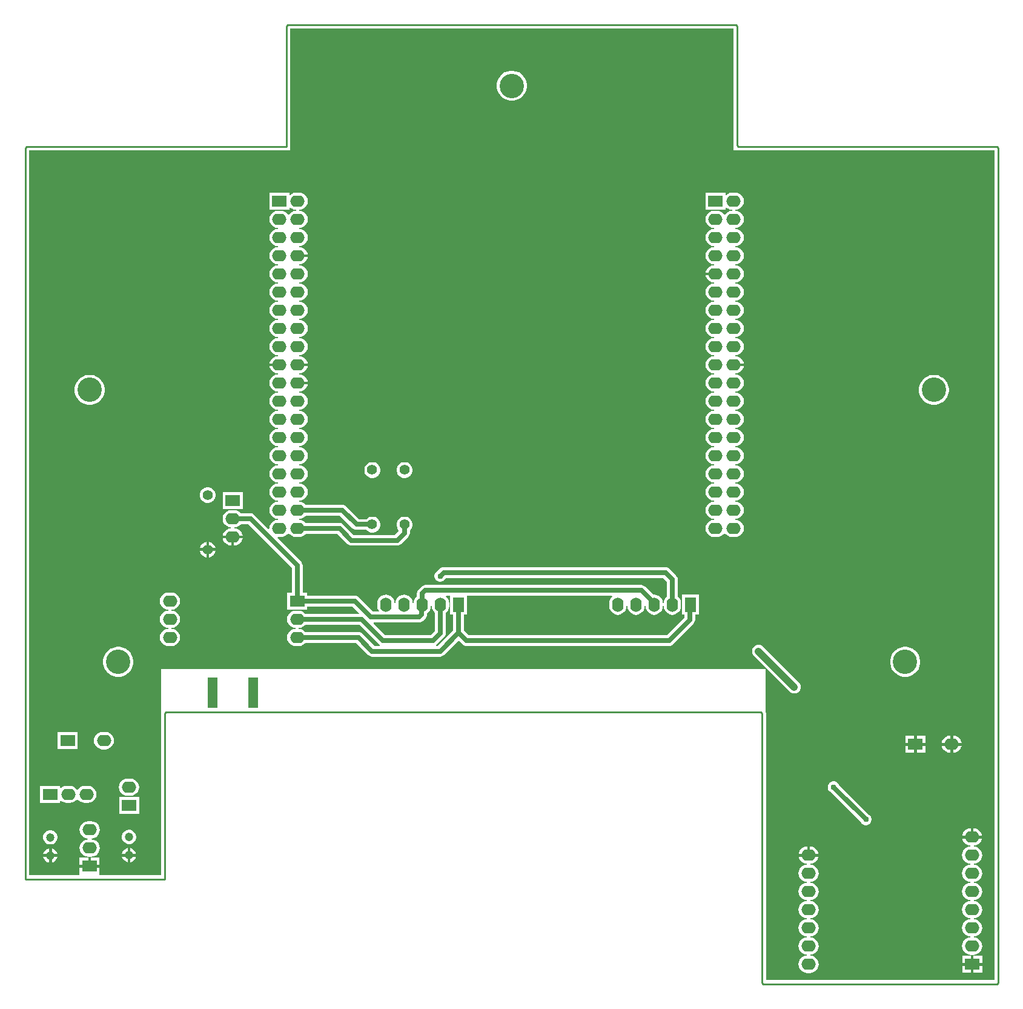
<source format=gbl>
%FSDAX23Y23*%
%MOIN*%
%SFA1B1*%

%IPPOS*%
%ADD20C,0.055000*%
%ADD23R,0.053000X0.165000*%
%ADD24C,0.039000*%
%ADD25C,0.028000*%
%ADD26C,0.010000*%
%ADD27R,0.063000X0.079000*%
%ADD28O,0.063000X0.079000*%
%ADD29R,0.079000X0.063000*%
%ADD30O,0.079000X0.063000*%
%ADD31R,0.079000X0.063000*%
%ADD32O,0.079000X0.063000*%
%ADD33C,0.134000*%
%ADD34C,0.047000*%
%ADD35C,0.031000*%
%LNbuoynode_pcb-1*%
%LPD*%
G36*
X01219Y02841D02*
X01220Y02833D01*
Y02815*
X01239*
X01246Y02814*
X02656*
Y-01750*
X01399*
Y-00281*
X01398Y-00274*
Y-00039*
X-01929*
Y-00274*
X-01931Y-00281*
Y-01174*
X-02264*
X-02268Y-01171*
Y-01169*
Y-01131*
X-02323*
X-02378*
Y-01169*
Y-01171*
X-02382Y-01174*
X-02656*
Y02814*
X-01240*
X-01233Y02815*
X-01220*
Y02827*
X-01219Y02835*
Y03483*
X01219*
Y02841*
G37*
%LNbuoynode_pcb-2*%
%LPC*%
G36*
X00008Y03252D02*
X-00008D01*
X-00024Y03249*
X-00039Y03243*
X-00053Y03234*
X-00064Y03222*
X-00073Y03208*
X-00079Y03193*
X-00083Y03177*
Y03161*
X-00079Y03145*
X-00073Y03130*
X-00064Y03117*
X-00053Y03105*
X-00039Y03096*
X-00024Y03090*
X-00008Y03087*
X00008*
X00024Y03090*
X00039Y03096*
X00053Y03105*
X00064Y03117*
X00073Y03130*
X00079Y03145*
X00083Y03161*
Y03177*
X00079Y03193*
X00073Y03208*
X00064Y03222*
X00053Y03234*
X00039Y03243*
X00024Y03249*
X00008Y03252*
G37*
G36*
X01230Y02582D02*
X01214D01*
X01202Y02580*
X01190Y02575*
X01182Y02569*
X01177Y02571*
Y02581*
X01067*
Y02487*
X01177*
Y02497*
X01182Y02499*
X01190Y02493*
X01202Y02488*
X01213Y02486*
Y02481*
X01202Y02480*
X01190Y02475*
X01180Y02468*
X01175Y02461*
X01169*
X01164Y02468*
X01154Y02475*
X01142Y02480*
X01130Y02482*
X01114*
X01102Y02480*
X01090Y02475*
X01080Y02468*
X01073Y02458*
X01068Y02446*
X01067Y02434*
X01068Y02422*
X01073Y02410*
X01080Y02400*
X01090Y02393*
X01102Y02388*
X01113Y02386*
Y02381*
X01102Y02380*
X01090Y02375*
X01080Y02368*
X01073Y02358*
X01068Y02346*
X01067Y02334*
X01068Y02322*
X01073Y02310*
X01080Y02300*
X01090Y02293*
X01102Y02288*
X01113Y02286*
Y02281*
X01102Y02280*
X01090Y02275*
X01080Y02268*
X01073Y02258*
X01068Y02246*
X01067Y02234*
X01068Y02222*
X01073Y02210*
X01080Y02200*
X01090Y02193*
X01102Y02188*
X01113Y02186*
Y02181*
X01102Y02180*
X01090Y02175*
X01080Y02168*
X01073Y02158*
X01068Y02146*
Y02142*
X01122*
Y02126*
X01068*
Y02122*
X01073Y02110*
X01080Y02100*
X01090Y02093*
X01102Y02088*
X01113Y02086*
Y02081*
X01102Y02080*
X01090Y02075*
X01080Y02068*
X01073Y02058*
X01068Y02046*
X01067Y02034*
X01068Y02022*
X01073Y02010*
X01080Y02000*
X01090Y01993*
X01102Y01988*
X01113Y01986*
Y01981*
X01102Y01980*
X01090Y01975*
X01080Y01968*
X01073Y01958*
X01068Y01946*
X01067Y01934*
X01068Y01922*
X01073Y01910*
X01080Y01900*
X01090Y01893*
X01102Y01888*
X01113Y01886*
Y01881*
X01102Y01880*
X01090Y01875*
X01080Y01868*
X01073Y01858*
X01068Y01846*
X01067Y01834*
X01068Y01822*
X01073Y01810*
X01080Y01800*
X01090Y01793*
X01102Y01788*
X01113Y01786*
Y01781*
X01102Y01780*
X01090Y01775*
X01080Y01768*
X01073Y01758*
X01068Y01746*
X01067Y01734*
X01068Y01722*
X01073Y01710*
X01080Y01700*
X01090Y01693*
X01102Y01688*
X01113Y01686*
Y01681*
X01102Y01680*
X01090Y01675*
X01080Y01668*
X01073Y01658*
X01068Y01646*
X01067Y01634*
X01068Y01622*
X01073Y01610*
X01080Y01600*
X01090Y01593*
X01102Y01588*
X01113Y01586*
Y01581*
X01102Y01580*
X01090Y01575*
X01080Y01568*
X01073Y01558*
X01068Y01546*
X01067Y01534*
X01068Y01522*
X01073Y01510*
X01080Y01500*
X01090Y01493*
X01102Y01488*
X01113Y01486*
Y01481*
X01102Y01480*
X01090Y01475*
X01080Y01468*
X01073Y01458*
X01068Y01446*
X01067Y01434*
X01068Y01422*
X01073Y01410*
X01080Y01400*
X01090Y01393*
X01102Y01388*
X01113Y01386*
Y01381*
X01102Y01380*
X01090Y01375*
X01080Y01368*
X01073Y01358*
X01068Y01346*
X01067Y01334*
X01068Y01322*
X01073Y01310*
X01080Y01300*
X01090Y01293*
X01102Y01288*
X01113Y01286*
Y01281*
X01102Y01280*
X01090Y01275*
X01080Y01268*
X01073Y01258*
X01068Y01246*
X01067Y01234*
X01068Y01222*
X01073Y01210*
X01080Y01200*
X01090Y01193*
X01102Y01188*
X01113Y01186*
Y01181*
X01102Y01180*
X01090Y01175*
X01080Y01168*
X01073Y01158*
X01068Y01146*
X01067Y01134*
X01068Y01122*
X01073Y01110*
X01080Y01100*
X01090Y01093*
X01102Y01088*
X01113Y01086*
Y01081*
X01102Y01080*
X01090Y01075*
X01080Y01068*
X01073Y01058*
X01068Y01046*
X01067Y01034*
X01068Y01022*
X01073Y01010*
X01080Y01000*
X01090Y00993*
X01102Y00988*
X01113Y00986*
Y00981*
X01102Y00980*
X01090Y00975*
X01080Y00968*
X01073Y00958*
X01068Y00946*
X01067Y00934*
X01068Y00922*
X01073Y00910*
X01080Y00900*
X01090Y00893*
X01102Y00888*
X01113Y00886*
Y00881*
X01102Y00880*
X01090Y00875*
X01080Y00868*
X01073Y00858*
X01068Y00846*
X01067Y00834*
X01068Y00822*
X01073Y00810*
X01080Y00800*
X01090Y00793*
X01102Y00788*
X01113Y00786*
Y00781*
X01102Y00780*
X01090Y00775*
X01080Y00768*
X01073Y00758*
X01068Y00746*
X01067Y00734*
X01068Y00722*
X01073Y00710*
X01080Y00700*
X01090Y00693*
X01102Y00688*
X01114Y00686*
X01130*
X01142Y00688*
X01154Y00693*
X01164Y00700*
X01169Y00707*
X01175*
X01180Y00700*
X01190Y00693*
X01202Y00688*
X01214Y00686*
X01230*
X01242Y00688*
X01254Y00693*
X01264Y00700*
X01271Y00710*
X01276Y00722*
X01278Y00734*
X01276Y00746*
X01271Y00758*
X01264Y00768*
X01254Y00775*
X01242Y00780*
X01231Y00781*
Y00786*
X01242Y00788*
X01254Y00793*
X01264Y00800*
X01271Y00810*
X01276Y00822*
X01278Y00834*
X01276Y00846*
X01271Y00858*
X01264Y00868*
X01254Y00875*
X01242Y00880*
X01231Y00881*
Y00886*
X01242Y00888*
X01254Y00893*
X01264Y00900*
X01271Y00910*
X01276Y00922*
X01278Y00934*
X01276Y00946*
X01271Y00958*
X01264Y00968*
X01254Y00975*
X01242Y00980*
X01231Y00981*
Y00986*
X01242Y00988*
X01254Y00993*
X01264Y01000*
X01271Y01010*
X01276Y01022*
X01278Y01034*
X01276Y01046*
X01271Y01058*
X01264Y01068*
X01254Y01075*
X01242Y01080*
X01231Y01081*
Y01086*
X01242Y01088*
X01254Y01093*
X01264Y01100*
X01271Y01110*
X01276Y01122*
X01278Y01134*
X01276Y01146*
X01271Y01158*
X01264Y01168*
X01254Y01175*
X01242Y01180*
X01231Y01181*
Y01186*
X01242Y01188*
X01254Y01193*
X01264Y01200*
X01271Y01210*
X01276Y01222*
X01278Y01234*
X01276Y01246*
X01271Y01258*
X01264Y01268*
X01254Y01275*
X01242Y01280*
X01231Y01281*
Y01286*
X01242Y01288*
X01254Y01293*
X01264Y01300*
X01271Y01310*
X01276Y01322*
X01278Y01334*
X01276Y01346*
X01271Y01358*
X01264Y01368*
X01254Y01375*
X01242Y01380*
X01231Y01381*
Y01386*
X01242Y01388*
X01254Y01393*
X01264Y01400*
X01271Y01410*
X01276Y01422*
X01278Y01434*
X01276Y01446*
X01271Y01458*
X01264Y01468*
X01254Y01475*
X01242Y01480*
X01231Y01481*
Y01486*
X01242Y01488*
X01254Y01493*
X01264Y01500*
X01271Y01510*
X01276Y01522*
X01278Y01534*
X01276Y01546*
X01271Y01558*
X01264Y01568*
X01254Y01575*
X01242Y01580*
X01231Y01581*
Y01586*
X01242Y01588*
X01254Y01593*
X01264Y01600*
X01271Y01610*
X01276Y01622*
X01277Y01626*
X01222*
Y01642*
X01277*
X01276Y01646*
X01271Y01658*
X01264Y01668*
X01254Y01675*
X01242Y01680*
X01231Y01681*
Y01686*
X01242Y01688*
X01254Y01693*
X01264Y01700*
X01271Y01710*
X01276Y01722*
X01278Y01734*
X01276Y01746*
X01271Y01758*
X01264Y01768*
X01254Y01775*
X01242Y01780*
X01231Y01781*
Y01786*
X01242Y01788*
X01254Y01793*
X01264Y01800*
X01271Y01810*
X01276Y01822*
X01278Y01834*
X01276Y01846*
X01271Y01858*
X01264Y01868*
X01254Y01875*
X01242Y01880*
X01231Y01881*
Y01886*
X01242Y01888*
X01254Y01893*
X01264Y01900*
X01271Y01910*
X01276Y01922*
X01278Y01934*
X01276Y01946*
X01271Y01958*
X01264Y01968*
X01254Y01975*
X01242Y01980*
X01231Y01981*
Y01986*
X01242Y01988*
X01254Y01993*
X01264Y02000*
X01271Y02010*
X01276Y02022*
X01278Y02034*
X01276Y02046*
X01271Y02058*
X01264Y02068*
X01254Y02075*
X01242Y02080*
X01231Y02081*
Y02086*
X01242Y02088*
X01254Y02093*
X01264Y02100*
X01271Y02110*
X01276Y02122*
X01278Y02134*
X01276Y02146*
X01271Y02158*
X01264Y02168*
X01254Y02175*
X01242Y02180*
X01231Y02181*
Y02186*
X01242Y02188*
X01254Y02193*
X01264Y02200*
X01271Y02210*
X01276Y02222*
X01278Y02234*
X01276Y02246*
X01271Y02258*
X01264Y02268*
X01254Y02275*
X01242Y02280*
X01231Y02281*
Y02286*
X01242Y02288*
X01254Y02293*
X01264Y02300*
X01271Y02310*
X01276Y02322*
X01278Y02334*
X01276Y02346*
X01271Y02358*
X01264Y02368*
X01254Y02375*
X01242Y02380*
X01231Y02381*
Y02386*
X01242Y02388*
X01254Y02393*
X01264Y02400*
X01271Y02410*
X01276Y02422*
X01278Y02434*
X01276Y02446*
X01271Y02458*
X01264Y02468*
X01254Y02475*
X01242Y02480*
X01231Y02481*
Y02486*
X01242Y02488*
X01254Y02493*
X01264Y02500*
X01271Y02510*
X01276Y02522*
X01278Y02534*
X01276Y02546*
X01271Y02558*
X01264Y02568*
X01254Y02575*
X01242Y02580*
X01230Y02582*
G37*
G36*
X-01170D02*
X-01186D01*
X-01198Y02580*
X-01210Y02575*
X-01218Y02569*
X-01223Y02571*
Y02581*
X-01333*
Y02487*
X-01223*
Y02497*
X-01218Y02499*
X-01210Y02493*
X-01198Y02488*
X-01187Y02486*
Y02481*
X-01198Y02480*
X-01210Y02475*
X-01220Y02468*
X-01225Y02461*
X-01231*
X-01236Y02468*
X-01246Y02475*
X-01258Y02480*
X-01270Y02482*
X-01286*
X-01298Y02480*
X-01310Y02475*
X-01320Y02468*
X-01327Y02458*
X-01332Y02446*
X-01333Y02434*
X-01332Y02422*
X-01327Y02410*
X-01320Y02400*
X-01310Y02393*
X-01298Y02388*
X-01287Y02386*
Y02381*
X-01298Y02380*
X-01310Y02375*
X-01320Y02368*
X-01327Y02358*
X-01332Y02346*
X-01333Y02334*
X-01332Y02322*
X-01327Y02310*
X-01320Y02300*
X-01310Y02293*
X-01298Y02288*
X-01287Y02286*
Y02281*
X-01298Y02280*
X-01310Y02275*
X-01320Y02268*
X-01327Y02258*
X-01332Y02246*
X-01333Y02234*
X-01332Y02222*
X-01327Y02210*
X-01320Y02200*
X-01310Y02193*
X-01298Y02188*
X-01287Y02186*
Y02181*
X-01298Y02180*
X-01310Y02175*
X-01320Y02168*
X-01327Y02158*
X-01332Y02146*
X-01333Y02134*
X-01332Y02122*
X-01327Y02110*
X-01320Y02100*
X-01310Y02093*
X-01298Y02088*
X-01287Y02086*
Y02081*
X-01298Y02080*
X-01310Y02075*
X-01320Y02068*
X-01327Y02058*
X-01332Y02046*
X-01333Y02034*
X-01332Y02022*
X-01327Y02010*
X-01320Y02000*
X-01310Y01993*
X-01298Y01988*
X-01287Y01986*
Y01981*
X-01298Y01980*
X-01310Y01975*
X-01320Y01968*
X-01327Y01958*
X-01332Y01946*
X-01333Y01934*
X-01332Y01922*
X-01327Y01910*
X-01320Y01900*
X-01310Y01893*
X-01298Y01888*
X-01287Y01886*
Y01881*
X-01298Y01880*
X-01310Y01875*
X-01320Y01868*
X-01327Y01858*
X-01332Y01846*
X-01333Y01834*
X-01332Y01822*
X-01327Y01810*
X-01320Y01800*
X-01310Y01793*
X-01298Y01788*
X-01287Y01786*
Y01781*
X-01298Y01780*
X-01310Y01775*
X-01320Y01768*
X-01327Y01758*
X-01332Y01746*
X-01333Y01734*
X-01332Y01722*
X-01327Y01710*
X-01320Y01700*
X-01310Y01693*
X-01298Y01688*
X-01287Y01686*
Y01681*
X-01298Y01680*
X-01310Y01675*
X-01320Y01668*
X-01327Y01658*
X-01332Y01646*
Y01642*
X-01278*
Y01626*
X-01332*
Y01622*
X-01327Y01610*
X-01320Y01600*
X-01310Y01593*
X-01298Y01588*
X-01287Y01586*
Y01581*
X-01298Y01580*
X-01310Y01575*
X-01320Y01568*
X-01327Y01558*
X-01332Y01546*
X-01333Y01534*
X-01332Y01522*
X-01327Y01510*
X-01320Y01500*
X-01310Y01493*
X-01298Y01488*
X-01287Y01486*
Y01481*
X-01298Y01480*
X-01310Y01475*
X-01320Y01468*
X-01327Y01458*
X-01332Y01446*
X-01333Y01434*
X-01332Y01422*
X-01327Y01410*
X-01320Y01400*
X-01310Y01393*
X-01298Y01388*
X-01287Y01386*
Y01381*
X-01298Y01380*
X-01310Y01375*
X-01320Y01368*
X-01327Y01358*
X-01332Y01346*
X-01333Y01334*
X-01332Y01322*
X-01327Y01310*
X-01320Y01300*
X-01310Y01293*
X-01298Y01288*
X-01287Y01286*
Y01281*
X-01298Y01280*
X-01310Y01275*
X-01320Y01268*
X-01327Y01258*
X-01332Y01246*
X-01333Y01234*
X-01332Y01222*
X-01327Y01210*
X-01320Y01200*
X-01310Y01193*
X-01298Y01188*
X-01287Y01186*
Y01181*
X-01298Y01180*
X-01310Y01175*
X-01320Y01168*
X-01327Y01158*
X-01332Y01146*
X-01333Y01134*
X-01332Y01122*
X-01327Y01110*
X-01320Y01100*
X-01310Y01093*
X-01298Y01088*
X-01287Y01086*
Y01081*
X-01298Y01080*
X-01310Y01075*
X-01320Y01068*
X-01327Y01058*
X-01332Y01046*
X-01333Y01034*
X-01332Y01022*
X-01327Y01010*
X-01320Y01000*
X-01310Y00993*
X-01298Y00988*
X-01287Y00986*
Y00981*
X-01298Y00980*
X-01310Y00975*
X-01320Y00968*
X-01327Y00958*
X-01332Y00946*
X-01333Y00934*
X-01332Y00922*
X-01327Y00910*
X-01320Y00900*
X-01310Y00893*
X-01298Y00888*
X-01287Y00886*
Y00881*
X-01298Y00880*
X-01310Y00875*
X-01320Y00868*
X-01327Y00858*
X-01332Y00846*
X-01333Y00834*
X-01332Y00822*
X-01327Y00810*
X-01320Y00800*
X-01310Y00793*
X-01298Y00788*
X-01287Y00786*
Y00781*
X-01298Y00780*
X-01310Y00775*
X-01320Y00768*
X-01327Y00758*
X-01332Y00746*
X-01333Y00734*
Y00733*
X-01338Y00730*
X-01416Y00808*
X-01422Y00813*
X-01429Y00816*
X-01437Y00817*
X-01491*
X-01494Y00821*
X-01504Y00829*
X-01515Y00833*
X-01528Y00835*
X-01543*
X-01556Y00833*
X-01567Y00829*
X-01577Y00821*
X-01585Y00811*
X-01589Y00800*
X-01591Y00787*
X-01589Y00775*
X-01585Y00764*
X-01577Y00754*
X-01567Y00746*
X-01556Y00741*
X-01545Y00740*
Y00735*
X-01556Y00733*
X-01567Y00729*
X-01577Y00721*
X-01585Y00711*
X-01589Y00700*
X-01590Y00695*
X-01481*
X-01482Y00700*
X-01486Y00711*
X-01494Y00721*
X-01504Y00729*
X-01515Y00733*
X-01526Y00735*
Y00740*
X-01515Y00741*
X-01504Y00746*
X-01494Y00754*
X-01491Y00758*
X-01449*
X-01211Y00519*
Y00382*
X-01236*
Y00287*
X-01126*
Y00305*
X-00876*
X-00840Y00269*
X-00842Y00264*
X-01137*
X-01140Y00268*
X-01149Y00276*
X-01161Y00281*
X-01173Y00282*
X-01189*
X-01201Y00281*
X-01213Y00276*
X-01223Y00268*
X-01230Y00258*
X-01235Y00247*
X-01237Y00235*
X-01235Y00222*
X-01230Y00211*
X-01223Y00201*
X-01213Y00193*
X-01201Y00189*
X-01190Y00187*
Y00182*
X-01201Y00181*
X-01213Y00176*
X-01223Y00168*
X-01230Y00158*
X-01235Y00147*
X-01237Y00135*
X-01235Y00122*
X-01230Y00111*
X-01223Y00101*
X-01213Y00093*
X-01201Y00089*
X-01189Y00087*
X-01173*
X-01161Y00089*
X-01149Y00093*
X-01140Y00101*
X-01137Y00105*
X-00856*
X-00789Y00038*
X-00783Y00033*
X-00775Y00030*
X-00768Y00029*
X-00394*
X-00386Y00030*
X-00379Y00033*
X-00373Y00038*
X-00292Y00119*
X-00271Y00097*
X-00264Y00092*
X-00257Y00089*
X-00250Y00088*
X00866*
X00874Y00089*
X00881Y00092*
X00887Y00097*
X01000Y00210*
X01005Y00216*
X01008Y00223*
X01009Y00231*
Y00260*
X01031*
Y00370*
X00937*
Y00260*
X00949*
Y00243*
X00854Y00148*
X-00237*
X-00262Y00173*
Y00260*
X-00245*
Y00364*
X00552*
X00554Y00359*
X00551Y00357*
X00543Y00347*
X00538Y00335*
X00537Y00323*
Y00307*
X00538Y00295*
X00543Y00283*
X00551Y00273*
X00560Y00266*
X00572Y00261*
X00584Y00259*
X00597Y00261*
X00608Y00266*
X00618Y00273*
X00626Y00283*
X00630Y00295*
X00632Y00306*
X00637*
X00638Y00295*
X00643Y00283*
X00651Y00273*
X00660Y00266*
X00672Y00261*
X00684Y00259*
X00697Y00261*
X00708Y00266*
X00718Y00273*
X00726Y00283*
X00730Y00295*
X00732Y00306*
X00737*
X00738Y00295*
X00743Y00283*
X00751Y00273*
X00760Y00266*
X00772Y00261*
X00784Y00259*
X00797Y00261*
X00808Y00266*
X00818Y00273*
X00826Y00283*
X00830Y00295*
X00832Y00306*
X00837*
X00838Y00295*
X00843Y00283*
X00851Y00273*
X00860Y00266*
X00872Y00261*
X00884Y00259*
X00897Y00261*
X00908Y00266*
X00918Y00273*
X00926Y00283*
X00930Y00295*
X00932Y00307*
Y00323*
X00930Y00335*
X00926Y00347*
X00918Y00357*
X00914Y00360*
Y00454*
X00913Y00462*
X00910Y00469*
X00905Y00475*
X00868Y00513*
X00861Y00518*
X00854Y00521*
X00846Y00522*
X-00374*
X-00382Y00521*
X-00389Y00518*
X-00395Y00513*
X-00407Y00501*
X-00413Y00498*
X-00419Y00492*
X-00423Y00485*
X-00425Y00477*
Y00468*
X-00423Y00460*
X-00419Y00453*
X-00413Y00447*
X-00406Y00443*
X-00398Y00441*
X-00390*
X-00382Y00443*
X-00374Y00447*
X-00368Y00453*
X-00365Y00459*
X-00362Y00462*
X00834*
X00854Y00442*
Y00360*
X00851Y00357*
X00843Y00347*
X00838Y00335*
X00837Y00324*
X00832*
X00830Y00335*
X00826Y00347*
X00818Y00357*
X00808Y00364*
X00797Y00369*
X00784Y00370*
X00779*
X00734Y00415*
X00728Y00419*
X00721Y00422*
X00713Y00423*
X-00476*
X-00484Y00422*
X-00491Y00419*
X-00497Y00415*
X-00513Y00399*
X-00518Y00392*
X-00521Y00385*
X-00522Y00378*
Y00360*
X-00526Y00357*
X-00533Y00347*
X-00538Y00335*
X-00540Y00324*
X-00545*
X-00546Y00335*
X-00551Y00347*
X-00558Y00357*
X-00568Y00364*
X-00580Y00369*
X-00592Y00370*
X-00604Y00369*
X-00616Y00364*
X-00626Y00357*
X-00633Y00347*
X-00638Y00335*
X-00640Y00324*
X-00645*
X-00646Y00335*
X-00651Y00347*
X-00658Y00357*
X-00668Y00364*
X-00680Y00369*
X-00692Y00370*
X-00704Y00369*
X-00716Y00364*
X-00726Y00357*
X-00733Y00347*
X-00738Y00335*
X-00740Y00323*
Y00307*
X-00738Y00295*
X-00733Y00283*
X-00731Y00280*
X-00733Y00276*
X-00763*
X-00843Y00356*
X-00849Y00360*
X-00856Y00363*
X-00864Y00364*
X-01126*
Y00382*
X-01151*
Y00531*
X-01152Y00539*
X-01155Y00546*
X-01160Y00553*
X-01289Y00682*
X-01287Y00686*
X-01286*
X-01270*
X-01258Y00688*
X-01246Y00693*
X-01236Y00700*
X-01231Y00707*
X-01225*
X-01220Y00700*
X-01210Y00693*
X-01198Y00688*
X-01186Y00686*
X-01170*
X-01158Y00688*
X-01146Y00693*
X-01136Y00700*
X-01133Y00704*
X-00959*
X-00903Y00648*
X-00897Y00643*
X-00890Y00641*
X-00882Y00640*
X-00630*
X-00622Y00641*
X-00615Y00643*
X-00609Y00648*
X-00569Y00688*
X-00565Y00694*
X-00562Y00701*
X-00561Y00709*
Y00724*
X-00556Y00729*
X-00550Y00739*
X-00547Y00750*
Y00761*
X-00550Y00772*
X-00556Y00782*
X-00564Y00790*
X-00574Y00796*
X-00585Y00799*
X-00596*
X-00607Y00796*
X-00617Y00790*
X-00625Y00782*
X-00631Y00772*
X-00634Y00761*
Y00750*
X-00631Y00739*
X-00625Y00729*
X-00622Y00725*
Y00720*
X-00642Y00699*
X-00870*
X-00926Y00755*
X-00932Y00760*
X-00939Y00763*
X-00947Y00764*
X-01133*
X-01136Y00768*
X-01146Y00775*
X-01158Y00780*
X-01169Y00781*
Y00786*
X-01158Y00788*
X-01146Y00793*
X-01136Y00800*
X-01133Y00804*
X-00945*
X-00875Y00734*
X-00869Y00730*
X-00862Y00727*
X-00854Y00726*
X-00799*
X-00794Y00721*
X-00784Y00715*
X-00773Y00712*
X-00762*
X-00751Y00715*
X-00741Y00721*
X-00733Y00729*
X-00727Y00739*
X-00724Y00750*
Y00761*
X-00727Y00772*
X-00733Y00782*
X-00741Y00790*
X-00751Y00796*
X-00762Y00799*
X-00773*
X-00784Y00796*
X-00794Y00790*
X-00799Y00785*
X-00842*
X-00911Y00855*
X-00917Y00860*
X-00925Y00863*
X-00932Y00864*
X-01133*
X-01136Y00868*
X-01146Y00875*
X-01158Y00880*
X-01169Y00881*
Y00886*
X-01158Y00888*
X-01146Y00893*
X-01136Y00900*
X-01129Y00910*
X-01124Y00922*
X-01122Y00934*
X-01124Y00946*
X-01129Y00958*
X-01136Y00968*
X-01146Y00975*
X-01158Y00980*
X-01169Y00981*
Y00986*
X-01158Y00988*
X-01146Y00993*
X-01136Y01000*
X-01129Y01010*
X-01124Y01022*
X-01122Y01034*
X-01124Y01046*
X-01129Y01058*
X-01136Y01068*
X-01146Y01075*
X-01158Y01080*
X-01169Y01081*
Y01086*
X-01158Y01088*
X-01146Y01093*
X-01136Y01100*
X-01129Y01110*
X-01124Y01122*
X-01122Y01134*
X-01124Y01146*
X-01129Y01158*
X-01136Y01168*
X-01146Y01175*
X-01158Y01180*
X-01169Y01181*
Y01186*
X-01158Y01188*
X-01146Y01193*
X-01136Y01200*
X-01129Y01210*
X-01124Y01222*
X-01122Y01234*
X-01124Y01246*
X-01129Y01258*
X-01136Y01268*
X-01146Y01275*
X-01158Y01280*
X-01169Y01281*
Y01286*
X-01158Y01288*
X-01146Y01293*
X-01136Y01300*
X-01129Y01310*
X-01124Y01322*
X-01122Y01334*
X-01124Y01346*
X-01129Y01358*
X-01136Y01368*
X-01146Y01375*
X-01158Y01380*
X-01169Y01381*
Y01386*
X-01158Y01388*
X-01146Y01393*
X-01136Y01400*
X-01129Y01410*
X-01124Y01422*
X-01122Y01434*
X-01124Y01446*
X-01129Y01458*
X-01136Y01468*
X-01146Y01475*
X-01158Y01480*
X-01169Y01481*
Y01486*
X-01158Y01488*
X-01146Y01493*
X-01136Y01500*
X-01129Y01510*
X-01124Y01522*
X-01123Y01526*
X-01178*
Y01542*
X-01123*
X-01124Y01546*
X-01129Y01558*
X-01136Y01568*
X-01146Y01575*
X-01158Y01580*
X-01169Y01581*
Y01586*
X-01158Y01588*
X-01146Y01593*
X-01136Y01600*
X-01129Y01610*
X-01124Y01622*
X-01123Y01626*
X-01178*
Y01642*
X-01123*
X-01124Y01646*
X-01129Y01658*
X-01136Y01668*
X-01146Y01675*
X-01158Y01680*
X-01169Y01681*
Y01686*
X-01158Y01688*
X-01146Y01693*
X-01136Y01700*
X-01129Y01710*
X-01124Y01722*
X-01122Y01734*
X-01124Y01746*
X-01129Y01758*
X-01136Y01768*
X-01146Y01775*
X-01158Y01780*
X-01169Y01781*
Y01786*
X-01158Y01788*
X-01146Y01793*
X-01136Y01800*
X-01129Y01810*
X-01124Y01822*
X-01122Y01834*
X-01124Y01846*
X-01129Y01858*
X-01136Y01868*
X-01146Y01875*
X-01158Y01880*
X-01169Y01881*
Y01886*
X-01158Y01888*
X-01146Y01893*
X-01136Y01900*
X-01129Y01910*
X-01124Y01922*
X-01122Y01934*
X-01124Y01946*
X-01129Y01958*
X-01136Y01968*
X-01146Y01975*
X-01158Y01980*
X-01169Y01981*
Y01986*
X-01158Y01988*
X-01146Y01993*
X-01136Y02000*
X-01129Y02010*
X-01124Y02022*
X-01122Y02034*
X-01124Y02046*
X-01129Y02058*
X-01136Y02068*
X-01146Y02075*
X-01158Y02080*
X-01169Y02081*
Y02086*
X-01158Y02088*
X-01146Y02093*
X-01136Y02100*
X-01129Y02110*
X-01124Y02122*
X-01122Y02134*
X-01124Y02146*
X-01129Y02158*
X-01136Y02168*
X-01146Y02175*
X-01158Y02180*
X-01169Y02181*
Y02186*
X-01158Y02188*
X-01146Y02193*
X-01136Y02200*
X-01129Y02210*
X-01124Y02222*
X-01123Y02226*
X-01178*
Y02242*
X-01123*
X-01124Y02246*
X-01129Y02258*
X-01136Y02268*
X-01146Y02275*
X-01158Y02280*
X-01169Y02281*
Y02286*
X-01158Y02288*
X-01146Y02293*
X-01136Y02300*
X-01129Y02310*
X-01124Y02322*
X-01122Y02334*
X-01124Y02346*
X-01129Y02358*
X-01136Y02368*
X-01146Y02375*
X-01158Y02380*
X-01169Y02381*
Y02386*
X-01158Y02388*
X-01146Y02393*
X-01136Y02400*
X-01129Y02410*
X-01124Y02422*
X-01122Y02434*
X-01124Y02446*
X-01129Y02458*
X-01136Y02468*
X-01146Y02475*
X-01158Y02480*
X-01169Y02481*
Y02486*
X-01158Y02488*
X-01146Y02493*
X-01136Y02500*
X-01129Y02510*
X-01124Y02522*
X-01122Y02534*
X-01124Y02546*
X-01129Y02558*
X-01136Y02568*
X-01146Y02575*
X-01158Y02580*
X-01170Y02582*
G37*
G36*
X02331Y01579D02*
X02315D01*
X02299Y01576*
X02284Y01569*
X02270Y01560*
X02259Y01549*
X02250Y01535*
X02243Y01520*
X02240Y01504*
Y01488*
X02243Y01472*
X02250Y01457*
X02259Y01443*
X02270Y01432*
X02284Y01423*
X02299Y01417*
X02315Y01413*
X02331*
X02347Y01417*
X02362Y01423*
X02376Y01432*
X02387Y01443*
X02396Y01457*
X02402Y01472*
X02406Y01488*
Y01504*
X02402Y01520*
X02396Y01535*
X02387Y01549*
X02376Y01560*
X02362Y01569*
X02347Y01576*
X02331Y01579*
G37*
G36*
X-02315D02*
X-02331D01*
X-02347Y01576*
X-02362Y01569*
X-02376Y01560*
X-02387Y01549*
X-02396Y01535*
X-02402Y01520*
X-02406Y01504*
Y01488*
X-02402Y01472*
X-02396Y01457*
X-02387Y01443*
X-02376Y01432*
X-02362Y01423*
X-02347Y01417*
X-02331Y01413*
X-02315*
X-02299Y01417*
X-02284Y01423*
X-02270Y01432*
X-02259Y01443*
X-02250Y01457*
X-02243Y01472*
X-02240Y01488*
Y01504*
X-02243Y01520*
X-02250Y01535*
X-02259Y01549*
X-02270Y01560*
X-02284Y01569*
X-02299Y01576*
X-02315Y01579*
G37*
G36*
X-00585Y01099D02*
X-00596D01*
X-00607Y01096*
X-00617Y01090*
X-00625Y01082*
X-00631Y01072*
X-00634Y01061*
Y01050*
X-00631Y01039*
X-00625Y01029*
X-00617Y01021*
X-00607Y01015*
X-00596Y01012*
X-00585*
X-00574Y01015*
X-00564Y01021*
X-00556Y01029*
X-00550Y01039*
X-00547Y01050*
Y01061*
X-00550Y01072*
X-00556Y01082*
X-00564Y01090*
X-00574Y01096*
X-00585Y01099*
G37*
G36*
X-00762D02*
X-00773D01*
X-00784Y01096*
X-00794Y01090*
X-00802Y01082*
X-00808Y01072*
X-00811Y01061*
Y01050*
X-00808Y01039*
X-00802Y01029*
X-00794Y01021*
X-00784Y01015*
X-00773Y01012*
X-00762*
X-00751Y01015*
X-00741Y01021*
X-00733Y01029*
X-00727Y01039*
X-00724Y01050*
Y01061*
X-00727Y01072*
X-00733Y01082*
X-00741Y01090*
X-00751Y01096*
X-00762Y01099*
G37*
G36*
X-01668Y00961D02*
X-01679D01*
X-01690Y00958*
X-01700Y00952*
X-01708Y00944*
X-01714Y00934*
X-01717Y00923*
Y00912*
X-01714Y00901*
X-01708Y00891*
X-01700Y00883*
X-01690Y00877*
X-01679Y00874*
X-01668*
X-01657Y00877*
X-01647Y00883*
X-01639Y00891*
X-01633Y00901*
X-01630Y00912*
Y00923*
X-01633Y00934*
X-01639Y00944*
X-01647Y00952*
X-01657Y00958*
X-01668Y00961*
G37*
G36*
X-01480Y00935D02*
X-01591D01*
Y00840*
X-01480*
Y00935*
G37*
G36*
X-01481Y00680D02*
X-01528D01*
Y00640*
X-01515Y00641*
X-01504Y00646*
X-01494Y00654*
X-01486Y00664*
X-01482Y00675*
X-01481Y00680*
G37*
G36*
X-01543D02*
X-01590D01*
X-01589Y00675*
X-01585Y00664*
X-01577Y00654*
X-01567Y00646*
X-01556Y00641*
X-01543Y00640*
Y00680*
G37*
G36*
X-01665Y00660D02*
Y00626D01*
X-01631*
X-01633Y00634*
X-01639Y00644*
X-01647Y00652*
X-01657Y00658*
X-01665Y00660*
G37*
G36*
X-01681D02*
X-01690Y00658D01*
X-01700Y00652*
X-01708Y00644*
X-01714Y00634*
X-01716Y00626*
X-01681*
Y00660*
G37*
G36*
Y00610D02*
X-01716D01*
X-01714Y00601*
X-01708Y00591*
X-01700Y00583*
X-01690Y00577*
X-01681Y00575*
Y00610*
G37*
G36*
X-01631D02*
X-01665D01*
Y00575*
X-01657Y00577*
X-01647Y00583*
X-01639Y00591*
X-01633Y00601*
X-01631Y00610*
G37*
G36*
X-01873Y00382D02*
X-01889D01*
X-01901Y00381*
X-01913Y00376*
X-01923Y00368*
X-01930Y00358*
X-01935Y00347*
X-01937Y00335*
X-01935Y00322*
X-01930Y00311*
X-01923Y00301*
X-01913Y00293*
X-01901Y00289*
X-01890Y00287*
Y00282*
X-01901Y00281*
X-01913Y00276*
X-01923Y00268*
X-01930Y00258*
X-01935Y00247*
X-01937Y00235*
X-01935Y00222*
X-01930Y00211*
X-01923Y00201*
X-01913Y00193*
X-01901Y00189*
X-01890Y00187*
Y00182*
X-01901Y00181*
X-01913Y00176*
X-01923Y00168*
X-01930Y00158*
X-01935Y00147*
X-01937Y00135*
X-01935Y00122*
X-01930Y00111*
X-01923Y00101*
X-01913Y00093*
X-01901Y00089*
X-01889Y00087*
X-01873*
X-01861Y00089*
X-01849Y00093*
X-01840Y00101*
X-01832Y00111*
X-01827Y00122*
X-01826Y00135*
X-01827Y00147*
X-01832Y00158*
X-01840Y00168*
X-01849Y00176*
X-01861Y00181*
X-01872Y00182*
Y00187*
X-01861Y00189*
X-01849Y00193*
X-01840Y00201*
X-01832Y00211*
X-01827Y00222*
X-01826Y00235*
X-01827Y00247*
X-01832Y00258*
X-01840Y00268*
X-01849Y00276*
X-01861Y00281*
X-01872Y00282*
Y00287*
X-01861Y00289*
X-01849Y00293*
X-01840Y00301*
X-01832Y00311*
X-01827Y00322*
X-01826Y00335*
X-01827Y00347*
X-01832Y00358*
X-01840Y00368*
X-01849Y00376*
X-01861Y00381*
X-01873Y00382*
G37*
G36*
X02173Y00083D02*
X02157D01*
X02141Y00079*
X02126Y00073*
X02113Y00064*
X02101Y00053*
X02092Y00039*
X02086Y00024*
X02083Y00008*
Y-00008*
X02086Y-00024*
X02092Y-00039*
X02101Y-00053*
X02113Y-00064*
X02126Y-00073*
X02141Y-00079*
X02157Y-00083*
X02173*
X02189Y-00079*
X02205Y-00073*
X02218Y-00064*
X02230Y-00053*
X02239Y-00039*
X02245Y-00024*
X02248Y-00008*
Y00008*
X02245Y00024*
X02239Y00039*
X02230Y00053*
X02218Y00064*
X02205Y00073*
X02189Y00079*
X02173Y00083*
G37*
G36*
X-02157D02*
X-02173D01*
X-02189Y00079*
X-02205Y00073*
X-02218Y00064*
X-02230Y00053*
X-02239Y00039*
X-02245Y00024*
X-02248Y00008*
Y-00008*
X-02245Y-00024*
X-02239Y-00039*
X-02230Y-00053*
X-02218Y-00064*
X-02205Y-00073*
X-02189Y-00079*
X-02173Y-00083*
X-02157*
X-02141Y-00079*
X-02126Y-00073*
X-02113Y-00064*
X-02101Y-00053*
X-02092Y-00039*
X-02086Y-00024*
X-02083Y-00008*
Y00008*
X-02086Y00024*
X-02092Y00039*
X-02101Y00053*
X-02113Y00064*
X-02126Y00073*
X-02141Y00079*
X-02157Y00083*
G37*
G36*
X01358Y00095D02*
X01349Y00094D01*
X01340Y00090*
X01333Y00084*
X01327Y00077*
X01324Y00068*
X01323Y00059*
X01324Y00050*
X01327Y00041*
X01333Y00034*
X01530Y-00163*
X01537Y-00169*
X01546Y-00172*
X01555Y-00174*
X01564Y-00172*
X01573Y-00169*
X01580Y-00163*
X01586Y-00156*
X01590Y-00147*
X01591Y-00138*
X01590Y-00129*
X01586Y-00120*
X01580Y-00113*
X01384Y00084*
X01376Y00090*
X01368Y00094*
X01358Y00095*
G37*
G36*
X02276Y-00406D02*
X02229D01*
Y-00445*
X02276*
Y-00406*
G37*
G36*
X02429Y-00405D02*
Y-00445D01*
X02476*
X02475Y-00440*
X02470Y-00429*
X02463Y-00419*
X02453Y-00411*
X02441Y-00407*
X02429Y-00405*
G37*
G36*
X02413D02*
D01*
X02401Y-00407*
X02390Y-00411*
X02380Y-00419*
X02372Y-00429*
X02367Y-00440*
Y-00445*
X02413*
Y-00405*
G37*
G36*
X02213Y-00406D02*
X02166D01*
Y-00445*
X02213*
Y-00406*
G37*
G36*
X-02389Y-00386D02*
X-02499D01*
Y-00480*
X-02389*
Y-00386*
G37*
G36*
X-02236Y-00385D02*
X-02252D01*
X-02264Y-00387*
X-02276Y-00392*
X-02286Y-00399*
X-02293Y-00409*
X-02298Y-00421*
X-02300Y-00433*
X-02298Y-00445*
X-02293Y-00457*
X-02286Y-00467*
X-02276Y-00474*
X-02264Y-00479*
X-02252Y-00481*
X-02236*
X-02224Y-00479*
X-02212Y-00474*
X-02203Y-00467*
X-02195Y-00457*
X-02190Y-00445*
X-02189Y-00433*
X-02190Y-00421*
X-02195Y-00409*
X-02203Y-00399*
X-02212Y-00392*
X-02224Y-00387*
X-02236Y-00385*
G37*
G36*
X02276Y-00461D02*
X02229D01*
Y-00500*
X02276*
Y-00461*
G37*
G36*
X02213D02*
X02166D01*
Y-00500*
X02213*
Y-00461*
G37*
G36*
X02476D02*
X02429D01*
Y-00500*
X02441Y-00499*
X02453Y-00494*
X02463Y-00486*
X02470Y-00477*
X02475Y-00465*
X02476Y-00461*
G37*
G36*
X02413D02*
X02367D01*
Y-00465*
X02372Y-00477*
X02380Y-00486*
X02390Y-00494*
X02401Y-00499*
X02413Y-00500*
Y-00461*
G37*
G36*
X-02333Y-00681D02*
X-02349D01*
X-02361Y-00682*
X-02373Y-00687*
X-02383Y-00695*
X-02388Y-00702*
X-02394*
X-02399Y-00695*
X-02409Y-00687*
X-02421Y-00682*
X-02433Y-00681*
X-02449*
X-02461Y-00682*
X-02473Y-00687*
X-02481Y-00693*
X-02486Y-00691*
Y-00681*
X-02596*
Y-00776*
X-02486*
Y-00766*
X-02481Y-00763*
X-02473Y-00770*
X-02461Y-00774*
X-02449Y-00776*
X-02433*
X-02421Y-00774*
X-02409Y-00770*
X-02399Y-00762*
X-02394Y-00755*
X-02388*
X-02383Y-00762*
X-02373Y-00770*
X-02361Y-00774*
X-02349Y-00776*
X-02333*
X-02321Y-00774*
X-02309Y-00770*
X-02299Y-00762*
X-02292Y-00752*
X-02287Y-00741*
X-02285Y-00728*
X-02287Y-00716*
X-02292Y-00705*
X-02299Y-00695*
X-02309Y-00687*
X-02321Y-00682*
X-02333Y-00681*
G37*
G36*
X-02098Y-00641D02*
X-02114D01*
X-02127Y-00643*
X-02138Y-00648*
X-02148Y-00655*
X-02155Y-00665*
X-02160Y-00677*
X-02162Y-00689*
X-02160Y-00701*
X-02155Y-00713*
X-02148Y-00723*
X-02138Y-00730*
X-02127Y-00735*
X-02114Y-00737*
X-02098*
X-02086Y-00735*
X-02075Y-00730*
X-02065Y-00723*
X-02057Y-00713*
X-02052Y-00701*
X-02051Y-00689*
X-02052Y-00677*
X-02057Y-00665*
X-02065Y-00655*
X-02075Y-00648*
X-02086Y-00643*
X-02098Y-00641*
G37*
G36*
X-02051Y-00742D02*
X-02161D01*
Y-00836*
X-02051*
Y-00742*
G37*
G36*
X01776Y-00657D02*
X01768D01*
X01759Y-00660*
X01752Y-00664*
X01746Y-00670*
X01742Y-00677*
X01740Y-00685*
Y-00693*
X01742Y-00701*
X01746Y-00708*
X01752Y-00714*
X01758Y-00717*
X01920Y-00880*
X01924Y-00885*
X01929Y-00891*
X01937Y-00895*
X01945Y-00898*
X01953*
X01961Y-00895*
X01968Y-00891*
X01974Y-00885*
X01978Y-00878*
X01980Y-00870*
Y-00862*
X01978Y-00854*
X01974Y-00847*
X01968Y-00841*
X01962Y-00838*
X01800Y-00675*
X01797Y-00670*
X01791Y-00664*
X01784Y-00660*
X01776Y-00657*
G37*
G36*
X02542Y-00915D02*
D01*
Y-00955*
X02588*
Y-00951*
X02583Y-00939*
X02575Y-00929*
X02566Y-00922*
X02554Y-00917*
X02542Y-00915*
G37*
G36*
X02526D02*
D01*
X02514Y-00917*
X02502Y-00922*
X02492Y-00929*
X02485Y-00939*
X02480Y-00951*
X02479Y-00955*
X02526*
Y-00915*
G37*
G36*
X-02101Y-00924D02*
X-02111D01*
X-02121Y-00926*
X-02130Y-00931*
X-02138Y-00939*
X-02143Y-00948*
X-02146Y-00958*
Y-00968*
X-02143Y-00978*
X-02138Y-00987*
X-02130Y-00994*
X-02121Y-01000*
X-02111Y-01002*
X-02101*
X-02091Y-01000*
X-02082Y-00994*
X-02075Y-00987*
X-02070Y-00978*
X-02067Y-00968*
Y-00958*
X-02070Y-00948*
X-02075Y-00939*
X-02082Y-00931*
X-02091Y-00926*
X-02101Y-00924*
G37*
G36*
X-02534Y-00925D02*
X-02545D01*
X-02555Y-00928*
X-02564Y-00933*
X-02571Y-00940*
X-02576Y-00949*
X-02579Y-00959*
Y-00970*
X-02576Y-00980*
X-02571Y-00989*
X-02564Y-00996*
X-02555Y-01001*
X-02545Y-01004*
X-02534*
X-02524Y-01001*
X-02515Y-00996*
X-02508Y-00989*
X-02503Y-00980*
X-02500Y-00970*
Y-00959*
X-02503Y-00949*
X-02508Y-00940*
X-02515Y-00933*
X-02524Y-00928*
X-02534Y-00925*
G37*
G36*
X01642Y-01015D02*
D01*
Y-01055*
X01688*
Y-01051*
X01683Y-01039*
X01675Y-01029*
X01666Y-01022*
X01654Y-01017*
X01642Y-01015*
G37*
G36*
X01626D02*
D01*
X01614Y-01017*
X01602Y-01022*
X01592Y-01029*
X01585Y-01039*
X01580Y-01051*
X01579Y-01055*
X01626*
Y-01015*
G37*
G36*
X-02098Y-01024D02*
Y-01055D01*
X-02068*
X-02070Y-01048*
X-02075Y-01039*
X-02082Y-01031*
X-02091Y-01026*
X-02098Y-01024*
G37*
G36*
X-02114D02*
X-02121Y-01026D01*
X-02130Y-01031*
X-02138Y-01039*
X-02143Y-01048*
X-02145Y-01055*
X-02114*
Y-01024*
G37*
G36*
X-02531Y-01026D02*
Y-01057D01*
X-02501*
X-02503Y-01049*
X-02508Y-01040*
X-02515Y-01033*
X-02524Y-01028*
X-02531Y-01026*
G37*
G36*
X-02547D02*
X-02555Y-01028D01*
X-02564Y-01033*
X-02571Y-01040*
X-02576Y-01049*
X-02578Y-01057*
X-02547*
Y-01026*
G37*
G36*
X-02315Y-00876D02*
X-02331D01*
X-02343Y-00878*
X-02355Y-00882*
X-02364Y-00890*
X-02372Y-00900*
X-02377Y-00911*
X-02378Y-00924*
X-02377Y-00936*
X-02372Y-00947*
X-02364Y-00957*
X-02355Y-00965*
X-02343Y-00970*
X-02332Y-00971*
Y-00976*
X-02343Y-00978*
X-02355Y-00982*
X-02364Y-00990*
X-02372Y-01000*
X-02377Y-01011*
X-02378Y-01024*
X-02377Y-01036*
X-02372Y-01047*
X-02364Y-01057*
X-02355Y-01065*
X-02343Y-01070*
X-02331Y-01071*
X-02315*
X-02303Y-01070*
X-02291Y-01065*
X-02281Y-01057*
X-02274Y-01047*
X-02269Y-01036*
X-02267Y-01024*
X-02269Y-01011*
X-02274Y-01000*
X-02281Y-00990*
X-02291Y-00982*
X-02303Y-00978*
X-02314Y-00976*
Y-00971*
X-02303Y-00970*
X-02291Y-00965*
X-02281Y-00957*
X-02274Y-00947*
X-02269Y-00936*
X-02267Y-00924*
X-02269Y-00911*
X-02274Y-00900*
X-02281Y-00890*
X-02291Y-00882*
X-02303Y-00878*
X-02315Y-00876*
G37*
G36*
X-02068Y-01071D02*
X-02098D01*
Y-01102*
X-02091Y-01100*
X-02082Y-01094*
X-02075Y-01087*
X-02070Y-01078*
X-02068Y-01071*
G37*
G36*
X-02114D02*
X-02145D01*
X-02143Y-01078*
X-02138Y-01087*
X-02130Y-01094*
X-02121Y-01100*
X-02114Y-01102*
Y-01071*
G37*
G36*
X-02501Y-01072D02*
X-02531D01*
Y-01103*
X-02524Y-01101*
X-02515Y-01096*
X-02508Y-01089*
X-02503Y-01080*
X-02501Y-01072*
G37*
G36*
X-02547D02*
X-02578D01*
X-02576Y-01080*
X-02571Y-01089*
X-02564Y-01096*
X-02555Y-01101*
X-02547Y-01103*
Y-01072*
G37*
G36*
X-02268Y-01076D02*
X-02315D01*
Y-01116*
X-02268*
Y-01076*
G37*
G36*
X-02331D02*
X-02378D01*
Y-01116*
X-02331*
Y-01076*
G37*
G36*
X02588Y-00971D02*
X02534D01*
X02479*
X02480Y-00975*
X02485Y-00987*
X02492Y-00997*
X02502Y-01004*
X02514Y-01009*
X02525Y-01010*
Y-01016*
X02514Y-01017*
X02502Y-01022*
X02492Y-01029*
X02485Y-01039*
X02480Y-01051*
X02478Y-01063*
X02480Y-01075*
X02485Y-01087*
X02492Y-01097*
X02502Y-01104*
X02514Y-01109*
X02525Y-01110*
Y-01116*
X02514Y-01117*
X02502Y-01122*
X02492Y-01129*
X02485Y-01139*
X02480Y-01151*
X02478Y-01163*
X02480Y-01175*
X02485Y-01187*
X02492Y-01197*
X02502Y-01204*
X02514Y-01209*
X02525Y-01210*
Y-01216*
X02514Y-01217*
X02502Y-01222*
X02492Y-01229*
X02485Y-01239*
X02480Y-01251*
X02478Y-01263*
X02480Y-01275*
X02485Y-01287*
X02492Y-01297*
X02502Y-01304*
X02514Y-01309*
X02525Y-01310*
Y-01316*
X02514Y-01317*
X02502Y-01322*
X02492Y-01329*
X02485Y-01339*
X02480Y-01351*
X02478Y-01363*
X02480Y-01375*
X02485Y-01387*
X02492Y-01397*
X02502Y-01404*
X02514Y-01409*
X02525Y-01410*
Y-01416*
X02514Y-01417*
X02502Y-01422*
X02492Y-01429*
X02485Y-01439*
X02480Y-01451*
X02478Y-01463*
X02480Y-01475*
X02485Y-01487*
X02492Y-01497*
X02502Y-01504*
X02514Y-01509*
X02525Y-01510*
Y-01516*
X02514Y-01517*
X02502Y-01522*
X02492Y-01529*
X02485Y-01539*
X02480Y-01551*
X02478Y-01563*
X02480Y-01575*
X02485Y-01587*
X02492Y-01597*
X02502Y-01604*
X02514Y-01609*
X02526Y-01611*
X02542*
X02554Y-01609*
X02566Y-01604*
X02575Y-01597*
X02583Y-01587*
X02588Y-01575*
X02589Y-01563*
X02588Y-01551*
X02583Y-01539*
X02575Y-01529*
X02566Y-01522*
X02554Y-01517*
X02543Y-01516*
Y-01510*
X02554Y-01509*
X02566Y-01504*
X02575Y-01497*
X02583Y-01487*
X02588Y-01475*
X02589Y-01463*
X02588Y-01451*
X02583Y-01439*
X02575Y-01429*
X02566Y-01422*
X02554Y-01417*
X02543Y-01416*
Y-01410*
X02554Y-01409*
X02566Y-01404*
X02575Y-01397*
X02583Y-01387*
X02588Y-01375*
X02589Y-01363*
X02588Y-01351*
X02583Y-01339*
X02575Y-01329*
X02566Y-01322*
X02554Y-01317*
X02543Y-01316*
Y-01310*
X02554Y-01309*
X02566Y-01304*
X02575Y-01297*
X02583Y-01287*
X02588Y-01275*
X02589Y-01263*
X02588Y-01251*
X02583Y-01239*
X02575Y-01229*
X02566Y-01222*
X02554Y-01217*
X02543Y-01216*
Y-01210*
X02554Y-01209*
X02566Y-01204*
X02575Y-01197*
X02583Y-01187*
X02588Y-01175*
X02589Y-01163*
X02588Y-01151*
X02583Y-01139*
X02575Y-01129*
X02566Y-01122*
X02554Y-01117*
X02543Y-01116*
Y-01110*
X02554Y-01109*
X02566Y-01104*
X02575Y-01097*
X02583Y-01087*
X02588Y-01075*
X02589Y-01063*
X02588Y-01051*
X02583Y-01039*
X02575Y-01029*
X02566Y-01022*
X02554Y-01017*
X02543Y-01016*
Y-01010*
X02554Y-01009*
X02566Y-01004*
X02575Y-00997*
X02583Y-00987*
X02588Y-00975*
Y-00971*
G37*
G36*
X02589Y-01616D02*
X02542D01*
Y-01655*
X02589*
Y-01616*
G37*
G36*
X02526D02*
X02479D01*
Y-01655*
X02526*
Y-01616*
G37*
G36*
X02589Y-01671D02*
X02542D01*
Y-01710*
X02589*
Y-01671*
G37*
G36*
X02526D02*
X02479D01*
Y-01710*
X02526*
Y-01671*
G37*
G36*
X01688Y-01071D02*
X01634D01*
X01579*
X01580Y-01075*
X01585Y-01087*
X01592Y-01097*
X01602Y-01104*
X01614Y-01109*
X01625Y-01110*
Y-01116*
X01614Y-01117*
X01602Y-01122*
X01592Y-01129*
X01585Y-01139*
X01580Y-01151*
X01578Y-01163*
X01580Y-01175*
X01585Y-01187*
X01592Y-01197*
X01602Y-01204*
X01614Y-01209*
X01625Y-01210*
Y-01216*
X01614Y-01217*
X01602Y-01222*
X01592Y-01229*
X01585Y-01239*
X01580Y-01251*
X01578Y-01263*
X01580Y-01275*
X01585Y-01287*
X01592Y-01297*
X01602Y-01304*
X01614Y-01309*
X01625Y-01310*
Y-01316*
X01614Y-01317*
X01602Y-01322*
X01592Y-01329*
X01585Y-01339*
X01580Y-01351*
X01578Y-01363*
X01580Y-01375*
X01585Y-01387*
X01592Y-01397*
X01602Y-01404*
X01614Y-01409*
X01625Y-01410*
Y-01416*
X01614Y-01417*
X01602Y-01422*
X01592Y-01429*
X01585Y-01439*
X01580Y-01451*
X01578Y-01463*
X01580Y-01475*
X01585Y-01487*
X01592Y-01497*
X01602Y-01504*
X01614Y-01509*
X01625Y-01510*
Y-01516*
X01614Y-01517*
X01602Y-01522*
X01592Y-01529*
X01585Y-01539*
X01580Y-01551*
X01578Y-01563*
X01580Y-01575*
X01585Y-01587*
X01592Y-01597*
X01602Y-01604*
X01614Y-01609*
X01625Y-01610*
Y-01616*
X01614Y-01617*
X01602Y-01622*
X01592Y-01629*
X01585Y-01639*
X01580Y-01651*
X01578Y-01663*
X01580Y-01675*
X01585Y-01687*
X01592Y-01697*
X01602Y-01704*
X01614Y-01709*
X01626Y-01711*
X01642*
X01654Y-01709*
X01666Y-01704*
X01675Y-01697*
X01683Y-01687*
X01688Y-01675*
X01689Y-01663*
X01688Y-01651*
X01683Y-01639*
X01675Y-01629*
X01666Y-01622*
X01654Y-01617*
X01643Y-01616*
Y-01610*
X01654Y-01609*
X01666Y-01604*
X01675Y-01597*
X01683Y-01587*
X01688Y-01575*
X01689Y-01563*
X01688Y-01551*
X01683Y-01539*
X01675Y-01529*
X01666Y-01522*
X01654Y-01517*
X01643Y-01516*
Y-01510*
X01654Y-01509*
X01666Y-01504*
X01675Y-01497*
X01683Y-01487*
X01688Y-01475*
X01689Y-01463*
X01688Y-01451*
X01683Y-01439*
X01675Y-01429*
X01666Y-01422*
X01654Y-01417*
X01643Y-01416*
Y-01410*
X01654Y-01409*
X01666Y-01404*
X01675Y-01397*
X01683Y-01387*
X01688Y-01375*
X01689Y-01363*
X01688Y-01351*
X01683Y-01339*
X01675Y-01329*
X01666Y-01322*
X01654Y-01317*
X01643Y-01316*
Y-01310*
X01654Y-01309*
X01666Y-01304*
X01675Y-01297*
X01683Y-01287*
X01688Y-01275*
X01689Y-01263*
X01688Y-01251*
X01683Y-01239*
X01675Y-01229*
X01666Y-01222*
X01654Y-01217*
X01643Y-01216*
Y-01210*
X01654Y-01209*
X01666Y-01204*
X01675Y-01197*
X01683Y-01187*
X01688Y-01175*
X01689Y-01163*
X01688Y-01151*
X01683Y-01139*
X01675Y-01129*
X01666Y-01122*
X01654Y-01117*
X01643Y-01116*
Y-01110*
X01654Y-01109*
X01666Y-01104*
X01675Y-01097*
X01683Y-01087*
X01688Y-01075*
Y-01071*
G37*
%LNbuoynode_pcb-3*%
%LPD*%
G36*
X-00438Y00295D02*
X-00433Y00283D01*
X-00426Y00273*
X-00422Y00270*
Y00171*
X-00445Y00148*
X-00696*
X-00760Y00212*
X-00758Y00216*
X-00511*
X-00504Y00217*
X-00496Y00220*
X-00490Y00225*
X-00474Y00241*
X-00469Y00247*
X-00466Y00254*
X-00465Y00262*
Y00268*
X-00458Y00273*
X-00451Y00283*
X-00446Y00295*
X-00445Y00306*
X-00440*
X-00438Y00295*
G37*
G36*
X-00339Y00260D02*
X-00322D01*
Y00173*
X-00406Y00089*
X-00415*
X-00416Y00094*
X-00412Y00097*
X-00371Y00138*
X-00366Y00144*
X-00363Y00151*
X-00362Y00159*
Y00270*
X-00358Y00273*
X-00351Y00283*
X-00346Y00295*
X-00344Y00307*
Y00323*
X-00346Y00335*
X-00351Y00347*
X-00358Y00357*
X-00362Y00359*
X-00360Y00364*
X-00339*
Y00260*
G37*
G36*
X-00730Y00097D02*
X-00726Y00094D01*
X-00727Y00089*
X-00755*
X-00822Y00156*
X-00828Y00160*
X-00836Y00163*
X-00843Y00164*
X-01137*
X-01140Y00168*
X-01149Y00176*
X-01161Y00181*
X-01172Y00182*
Y00187*
X-01161Y00189*
X-01149Y00193*
X-01140Y00201*
X-01137Y00205*
X-00838*
X-00730Y00097*
G37*
G54D20*
X-01673Y00918D03*
Y00618D03*
X-00591Y01056D03*
Y00756D03*
X-00768Y01056D03*
Y00756D03*
G54D23*
X-01647Y-00169D03*
X-01424D03*
G54D24*
X01358Y00059D02*
X01555Y-00138D01*
G54D25*
X-00394Y00472D02*
X-00374Y00492D01*
X00846*
X-00630Y00669D02*
X-00591Y00709D01*
Y00756*
X-00882Y00669D02*
X-00630D01*
X00713Y00394D02*
X00784Y00323D01*
X-00476Y00394D02*
X00713D01*
X-00492Y00315D02*
Y00378D01*
X-00476Y00394*
X00784Y00315D02*
Y00323D01*
X00884Y00315D02*
Y00454D01*
X00846Y00492D02*
X00884Y00454D01*
X00866Y00118D02*
X00979Y00231D01*
Y00309*
X-00250Y00118D02*
X00866D01*
X-00495Y00312D02*
X-00492Y00315D01*
X-00511Y00246D02*
X-00495Y00262D01*
X-00775Y00246D02*
X-00511D01*
X-00495Y00262D02*
Y00312D01*
X-01181Y00335D02*
X-00864D01*
X-00775Y00246*
X-00392Y00315D02*
X-00385Y00322D01*
X-01181Y00235D02*
X-00825D01*
X-00709Y00118*
X-00433*
X-01535Y00787D02*
X-01437D01*
X-01181Y00531*
Y00335D02*
Y00531D01*
X00979Y00309D02*
X00984Y00315D01*
X-00292Y00161D02*
X-00250Y00118D01*
X-00392Y00159D02*
Y00315D01*
X-00394Y00059D02*
X-00292Y00161D01*
Y00315*
X-00433Y00118D02*
X-00392Y00159D01*
X-00947Y00734D02*
X-00882Y00669D01*
X-01178Y00834D02*
X-00932D01*
X-00854Y00756D02*
X-00768D01*
X-00932Y00834D02*
X-00854Y00756D01*
X-01178Y00734D02*
X-00947D01*
X-01181Y00135D02*
X-00843D01*
X-00768Y00059*
X-00394*
X01772Y-00689D02*
X01949Y-00866D01*
X01772Y-00689D02*
D01*
G54D26*
X-01904Y-00276D02*
X01372D01*
X01378Y-00281*
Y-01766D02*
X01384Y-01772D01*
X02671D02*
X02677Y-01766D01*
X01384Y-01772D02*
X02671D01*
X01378Y-01766D02*
Y-00281D01*
X-01909D02*
X-01904Y-00276D01*
X-01909Y-01195D02*
Y-00281D01*
X02671Y02835D02*
X02677Y02829D01*
Y-01766D02*
Y02829D01*
X-02677Y-01195D02*
Y02829D01*
X-02671Y02835*
X-02677Y-01195D02*
X-01910D01*
X-01240Y03498D02*
X-01234Y03504D01*
X01240Y02841D02*
Y03498D01*
X01246Y02835D02*
X02671D01*
X01240Y02841D02*
X01246Y02835D01*
X01234Y03504D02*
X01240Y03498D01*
X-01234Y03504D02*
X01234D01*
X-02671Y02835D02*
X-01240D01*
Y03498*
G54D27*
X-00292Y00315D03*
X00984D03*
G54D28*
X-00392Y00315D03*
X-00492D03*
X-00592D03*
X-00692D03*
X00884D03*
X00784D03*
X00684D03*
X00584D03*
G54D29*
X02534Y-01663D03*
X-01278Y02534D03*
X01122D03*
X-02323Y-01124D03*
X-01181Y00335D03*
X-02444Y-00433D03*
X02221Y-00453D03*
X-02106Y-00789D03*
X-01535Y00887D03*
G54D30*
X02534Y-01563D03*
Y-01463D03*
Y-01363D03*
Y-01263D03*
Y-01163D03*
Y-01063D03*
Y-00963D03*
X01634Y-01663D03*
Y-01563D03*
Y-01463D03*
Y-01363D03*
Y-01263D03*
Y-01163D03*
Y-01063D03*
X-01178Y00734D03*
Y00834D03*
Y00934D03*
Y01034D03*
Y01134D03*
Y01234D03*
Y01334D03*
Y01434D03*
Y01534D03*
Y01634D03*
Y01734D03*
Y01834D03*
Y01934D03*
Y02034D03*
Y02134D03*
Y02234D03*
Y02334D03*
Y02434D03*
Y02534D03*
X-01278Y00734D03*
Y00834D03*
Y00934D03*
Y01034D03*
Y01134D03*
Y01234D03*
Y01334D03*
Y01434D03*
Y01534D03*
Y01634D03*
Y01734D03*
Y01834D03*
Y01934D03*
Y02034D03*
Y02134D03*
Y02234D03*
Y02334D03*
Y02434D03*
X01222Y02134D03*
Y01834D03*
Y01534D03*
Y01234D03*
Y02534D03*
Y02434D03*
Y02334D03*
Y02234D03*
Y02034D03*
Y01934D03*
Y01734D03*
Y01634D03*
Y01434D03*
Y01334D03*
Y01134D03*
Y01034D03*
Y00934D03*
Y00834D03*
Y00734D03*
X01122Y02134D03*
Y01834D03*
Y01534D03*
Y01234D03*
Y02434D03*
Y02334D03*
Y02234D03*
Y02034D03*
Y01934D03*
Y01734D03*
Y01634D03*
Y01434D03*
Y01334D03*
Y01134D03*
Y01034D03*
Y00934D03*
Y00834D03*
Y00734D03*
X-02323Y-01024D03*
Y-00924D03*
X-01181Y00235D03*
Y00135D03*
X-01881Y00335D03*
Y00235D03*
Y00135D03*
X-02244Y-00433D03*
X02421Y-00453D03*
X-02106Y-00689D03*
X-01535Y00687D03*
Y00787D03*
G54D31*
X-02541Y-00728D03*
G54D32*
X-02441Y-00728D03*
X-02341D03*
G54D33*
X-02165Y00000D03*
X00000Y03169D03*
X02165Y00000D03*
X-02323Y01496D03*
X02323D03*
G54D34*
X-02539Y-01065D03*
Y-00965D03*
X-02106Y-01063D03*
Y-00963D03*
G54D35*
X01358Y00059D03*
X-00394Y00472D03*
X01555Y-00138D03*
X01772Y-00689D03*
X01949Y-00866D03*
M02*
</source>
